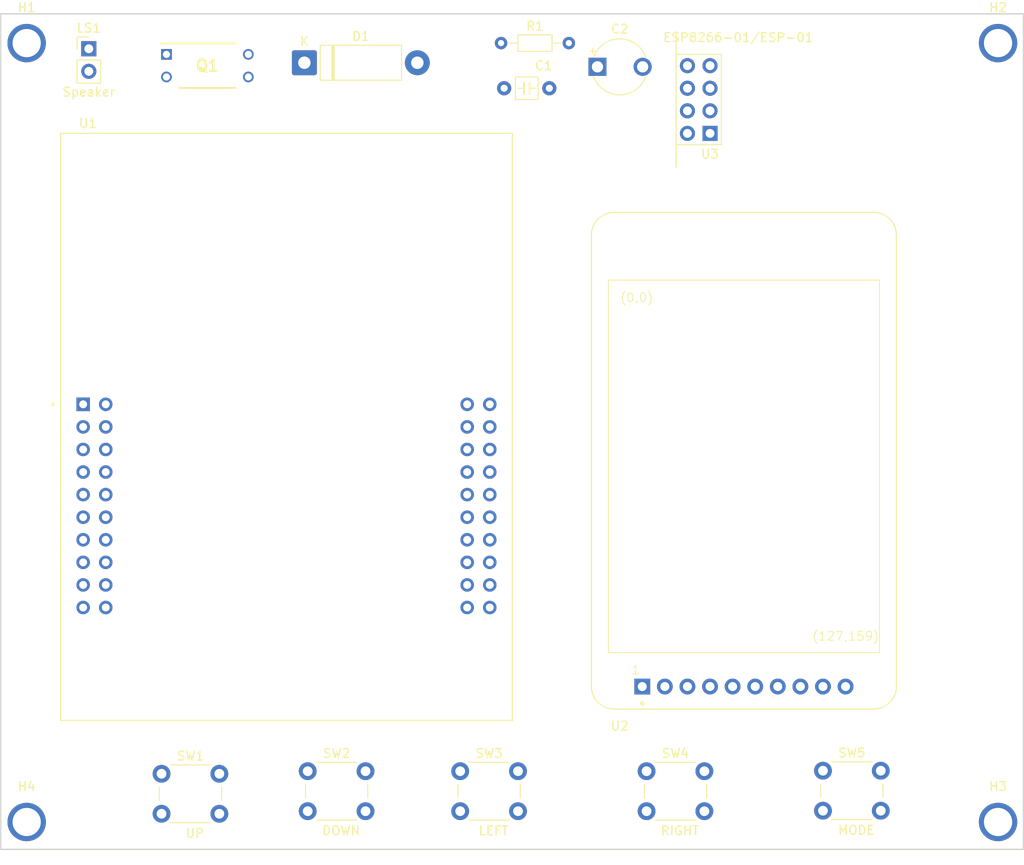
<source format=kicad_pcb>
(kicad_pcb (version 20241229) (generator "pcbnew") (generator_version "9.0")
  (title_block (title "ECE 445L Lab 7") (date "2025-01-13") (rev "v1.0.0") (company "The University of Texas at Austin"))
  (layers (0 "F.Cu" signal) (2 "B.Cu" signal) (13 "F.Paste" user) (15 "B.Paste" user) (5 "F.SilkS" user "F.Silkscreen") (7 "B.SilkS" user "B.Silkscreen") (1 "F.Mask" user) (3 "B.Mask" user) (25 "Edge.Cuts" user))
  (net 0 "")
  (net 1 "GND")
  (net 2 "+3V3")
  (net 3 "+5V")
  (net 12 "Net-(D1-A)")
  (net 19 "/Lab7_Input/SW_UP")
  (net 20 "/Lab7_Input/SW_DOWN")
  (net 21 "/Lab7_Input/SW_LEFT")
  (net 22 "/Lab7_Input/SW_RIGHT")
  (net 23 "/Lab7_Input/SW_MODE")
  (net 24 "/Lab7_microcontroller/PA2")
  (net 26 "/Lab7_microcontroller/PB0")
  (net 28 "/Lab7_microcontroller/PF4")
  (net 29 "/Lab7_microcontroller/PA4")
  (net 30 "/Lab7_microcontroller/PE2")
  (net 31 "/Lab7_microcontroller/PA5")
  (net 34 "/Lab7_microcontroller/PC5")
  (net 35 "/Lab7_microcontroller/PA7")
  (net 37 "/Lab7_microcontroller/PA3")
  (net 38 "/Lab7_microcontroller/PE0")
  (net 42 "/Lab7_microcontroller/PC4")
  (net 43 "/Lab7_microcontroller/PC6")
  (net 44 "/Lab7_microcontroller/PE4")
  (net 45 "/Lab7_microcontroller/PE1")
  (net 50 "/Lab7_microcontroller/PE5")
  (net 53 "/Lab7_microcontroller/PC7")
  (net 54 "/Lab7_microcontroller/PA6")
  (net 57 "/Lab7_microcontroller/PB1")
  (footprint "ECE445L:SW_PUSH_6mm" (layer "F.Cu") (at 124.46 116.15)
    (property "Reference" "SW5" (at 3.25 -2 0) (layer "F.SilkS"))
    (property "Value" "MODE" (at 3.75 6.7 0) (layer "F.SilkS"))
    (fp_line (start -0.25 1.5) (end -0.25 3) (stroke (width 0.12)) (layer "F.SilkS"))
    (fp_line (start 1 5.5) (end 5.5 5.5) (stroke (width 0.12)) (layer "F.SilkS"))
    (fp_line (start 5.5 -1) (end 1 -1) (stroke (width 0.12)) (layer "F.SilkS"))
    (fp_line (start 6.75 3) (end 6.75 1.5) (stroke (width 0.12)) (layer "F.SilkS"))
    (pad "1" thru_hole circle (at 0 0 90) (size 2 2) (drill 1.1) (layers "*.Cu" "*.Mask") (net 1 "GND"))
    (pad "1" thru_hole circle (at 6.5 0 90) (size 2 2) (drill 1.1) (layers "*.Cu" "*.Mask") (net 1 "GND"))
    (pad "2" thru_hole circle (at 0 4.5 90) (size 2 2) (drill 1.1) (layers "*.Cu" "*.Mask") (net 23 "/Lab7_Input/SW_MODE"))
    (pad "2" thru_hole circle (at 6.5 4.5 90) (size 2 2) (drill 1.1) (layers "*.Cu" "*.Mask") (net 23 "/Lab7_Input/SW_MODE"))
  )
  (footprint "ECE445L:ESP8266_FemaleConnector" (layer "F.Cu") (at 111.76 44.45 180)
    (property "Reference" "U3" (at 0 -2.33 180) (layer "F.SilkS"))
    (property "Value" "ESP8266-01/ESP-01" (at -3.175 10.795 180) (layer "F.SilkS"))
    (fp_line (start 3.81 -3.81) (end 3.81 11.43) (stroke (width 0.12)) (layer "F.SilkS"))
    (fp_line (start -1.27 8.89) (end 3.81 8.89) (stroke (width 0.12)) (layer "F.SilkS"))
    (fp_line (start -1.27 -1.27) (end 3.81 -1.27) (stroke (width 0.12)) (layer "F.SilkS"))
    (fp_line (start -1.27 -1.27) (end -1.27 8.89) (stroke (width 0.12)) (layer "F.SilkS"))
    (pad "1" thru_hole rect (at 0 0 180) (size 1.7 1.7) (drill 1) (layers "*.Cu" "*.Mask"))
    (pad "2" thru_hole oval (at 0 2.54 180) (size 1.7 1.7) (drill 1) (layers "*.Cu" "*.Mask"))
    (pad "3" thru_hole oval (at 0 5.08 180) (size 1.7 1.7) (drill 1) (layers "*.Cu" "*.Mask"))
    (pad "4" thru_hole oval (at 0 7.62 180) (size 1.7 1.7) (drill 1) (layers "*.Cu" "*.Mask"))
    (pad "5" thru_hole oval (at 2.54 7.62 180) (size 1.7 1.7) (drill 1) (layers "*.Cu" "*.Mask"))
    (pad "6" thru_hole oval (at 2.54 5.08 180) (size 1.7 1.7) (drill 1) (layers "*.Cu" "*.Mask"))
    (pad "7" thru_hole oval (at 2.54 2.54 180) (size 1.7 1.7) (drill 1) (layers "*.Cu" "*.Mask"))
    (pad "8" thru_hole oval (at 2.54 0 180) (size 1.7 1.7) (drill 1) (layers "*.Cu" "*.Mask"))
  )
  (footprint "ECE445L:PinHeader_1x02_P2.54mm_Vertical" (layer "F.Cu") (at 41.91 34.925)
    (property "Reference" "LS1" (at 0 -2.33 0) (layer "F.SilkS"))
    (property "Value" "Speaker" (at 0 4.87 0) (layer "F.SilkS"))
    (fp_line (start -1.33 -1.33) (end 0 -1.33) (stroke (width 0.12)) (layer "F.SilkS"))
    (fp_line (start -1.33 0) (end -1.33 -1.33) (stroke (width 0.12)) (layer "F.SilkS"))
    (fp_line (start -1.33 1.27) (end -1.33 3.87) (stroke (width 0.12)) (layer "F.SilkS"))
    (fp_line (start -1.33 1.27) (end 1.33 1.27) (stroke (width 0.12)) (layer "F.SilkS"))
    (fp_line (start -1.33 3.87) (end 1.33 3.87) (stroke (width 0.12)) (layer "F.SilkS"))
    (fp_line (start 1.33 1.27) (end 1.33 3.87) (stroke (width 0.12)) (layer "F.SilkS"))
    (pad "1" thru_hole rect (at 0 0) (size 1.7 1.7) (drill 1) (layers "*.Cu" "*.Mask") (net 2 "+3V3"))
    (pad "2" thru_hole oval (at 0 2.54) (size 1.7 1.7) (drill 1) (layers "*.Cu" "*.Mask") (net 12 "Net-(D1-A)"))
  )
  (footprint "ECE445L:DIP920W60P254L490H457Q4N" (layer "F.Cu") (at 55.245 36.83)
    (property "Reference" "Q1" (at 0 0 0) (layer "F.SilkS") (effects (font (size 1.27 1.27) (thickness 0.254))))
    (property "Value" "IRLD024PBF" (hide yes))
    (fp_line (start -5.202 -2.5) (end 3.145 -2.5) (stroke (width 0.2)) (layer "F.SilkS"))
    (fp_line (start -3.145 2.5) (end 3.145 2.5) (stroke (width 0.2)) (layer "F.SilkS"))
    (pad "1" thru_hole rect (at -4.602 -1.27) (size 1.2 1.2) (drill 0.8) (layers "*.Cu" "*.Mask"))
    (pad "2" thru_hole circle (at -4.602 1.27) (size 1.2 1.2) (drill 0.8) (layers "*.Cu" "*.Mask"))
    (pad "3" thru_hole circle (at 4.602 1.27) (size 1.2 1.2) (drill 0.8) (layers "*.Cu" "*.Mask"))
    (pad "4" thru_hole circle (at 4.602 -1.27) (size 1.2 1.2) (drill 0.8) (layers "*.Cu" "*.Mask"))
  )
  (footprint "ECE445L:CP_Radial_Tantal200mil" (layer "F.Cu") (at 99.105 36.96)
    (property "Reference" "C2" (at 2.5 -4.25 0) (layer "F.SilkS"))
    (property "Value" "4.7uF")
    (fp_line (start -0.839749 -1.755) (end -0.239749 -1.755) (stroke (width 0.12)) (layer "F.SilkS"))
    (fp_line (start -0.539749 -2.055) (end -0.539749 -1.455) (stroke (width 0.12)) (layer "F.SilkS"))
    (fp_arc (start -0.434416 -1.0922) (mid 2.5 -3.1522) (end 5.434416 -1.0922) (stroke (width 0.12)) (layer "F.SilkS"))
    (fp_arc (start 5.434416 1.0922) (mid 2.5 3.1522) (end -0.434416 1.0922) (stroke (width 0.12)) (layer "F.SilkS"))
    (pad "1" thru_hole rect (at 0 0) (size 2.032 2.032) (drill 1.27) (layers "*.Cu" "*.Mask"))
    (pad "2" thru_hole circle (at 5.08 0) (size 2.032 2.032) (drill 1.27) (layers "*.Cu" "*.Mask"))
  )
  (footprint "Diode_THT:D_5W_P12.70mm_Horizontal" (layer "F.Cu") (at 66.15 36.5)
    (property "Reference" "D1" (at 6.35 -2.97 0) (layer "F.SilkS"))
    (property "Value" "1N914")
    (fp_line (start 1.64 0) (end 1.78 0) (stroke (width 0.12)) (layer "F.SilkS"))
    (fp_line (start 3.115 -1.97) (end 3.115 1.97) (stroke (width 0.12)) (layer "F.SilkS"))
    (fp_line (start 3.235 -1.97) (end 3.235 1.97) (stroke (width 0.12)) (layer "F.SilkS"))
    (fp_line (start 3.355 -1.97) (end 3.355 1.97) (stroke (width 0.12)) (layer "F.SilkS"))
    (fp_line (start 11.06 0) (end 10.92 0) (stroke (width 0.12)) (layer "F.SilkS"))
    (fp_rect (start 1.78 -1.97) (end 10.92 1.97) (stroke (width 0.12)) (fill no) (layer "F.SilkS"))
    (fp_text user "K" (at 0 -2.4 0) (layer "F.SilkS"))
    (pad "1" thru_hole roundrect (at 0 0) (size 2.8 2.8) (drill 1.4) (layers "*.Cu" "*.Mask") (roundrect_rratio 0.089286) (net 2 "+3V3"))
    (pad "2" thru_hole circle (at 12.7 0) (size 2.8 2.8) (drill 1.4) (layers "*.Cu" "*.Mask") (net 12 "Net-(D1-A)"))
  )
  (footprint "ECE445L:ti_EKTM4C123GXL" (layer "F.Cu") (at 64.135 77.47)
    (property "Reference" "U1" (at -22.325 -34.135 0) (layer "F.SilkS"))
    (property "Value" "EK-TM4C123GXL")
    (fp_line (start -25.4 -33.02) (end -25.4 33.02) (stroke (width 0.127)) (layer "F.SilkS"))
    (fp_line (start -25.4 33.02) (end 25.4 33.02) (stroke (width 0.127)) (layer "F.SilkS"))
    (fp_line (start 25.4 -33.02) (end -25.4 -33.02) (stroke (width 0.127)) (layer "F.SilkS"))
    (fp_line (start 25.4 33.02) (end 25.4 -33.02) (stroke (width 0.127)) (layer "F.SilkS"))
    (fp_circle (center -26.25 -2.54) (end -26.15 -2.54) (stroke (width 0.2)) (fill no) (layer "F.SilkS"))
    (pad "J1_1" thru_hole rect (at -22.86 -2.54) (size 1.52 1.52) (drill 0.89) (layers "*.Cu" "*.Mask") (net 2 "+3V3"))
    (pad "J1_2" thru_hole circle (at -22.86 0) (size 1.52 1.52) (drill 0.89) (layers "*.Cu" "*.Mask"))
    (pad "J1_3" thru_hole circle (at -22.86 2.54) (size 1.52 1.52) (drill 0.89) (layers "*.Cu" "*.Mask") (net 26 "/Lab7_microcontroller/PB0"))
    (pad "J1_4" thru_hole circle (at -22.86 5.08) (size 1.52 1.52) (drill 0.89) (layers "*.Cu" "*.Mask") (net 57 "/Lab7_microcontroller/PB1"))
    (pad "J1_5" thru_hole circle (at -22.86 7.62) (size 1.52 1.52) (drill 0.89) (layers "*.Cu" "*.Mask") (net 44 "/Lab7_microcontroller/PE4"))
    (pad "J1_6" thru_hole circle (at -22.86 10.16) (size 1.52 1.52) (drill 0.89) (layers "*.Cu" "*.Mask") (net 50 "/Lab7_microcontroller/PE5"))
    (pad "J1_7" thru_hole circle (at -22.86 12.7) (size 1.52 1.52) (drill 0.89) (layers "*.Cu" "*.Mask"))
    (pad "J1_8" thru_hole circle (at -22.86 15.24) (size 1.52 1.52) (drill 0.89) (layers "*.Cu" "*.Mask") (net 31 "/Lab7_microcontroller/PA5"))
    (pad "J1_9" thru_hole circle (at -22.86 17.78) (size 1.52 1.52) (drill 0.89) (layers "*.Cu" "*.Mask") (net 54 "/Lab7_microcontroller/PA6"))
    (pad "J1_10" thru_hole circle (at -22.86 20.32) (size 1.52 1.52) (drill 0.89) (layers "*.Cu" "*.Mask") (net 35 "/Lab7_microcontroller/PA7"))
    (pad "J2_1" thru_hole circle (at 22.86 -2.54) (size 1.52 1.52) (drill 0.89) (layers "*.Cu" "*.Mask"))
    (pad "J2_2" thru_hole circle (at 22.86 0) (size 1.52 1.52) (drill 0.89) (layers "*.Cu" "*.Mask"))
    (pad "J2_3" thru_hole circle (at 22.86 2.54) (size 1.52 1.52) (drill 0.89) (layers "*.Cu" "*.Mask") (net 38 "/Lab7_microcontroller/PE0"))
    (pad "J2_4" thru_hole circle (at 22.86 5.08) (size 1.52 1.52) (drill 0.89) (layers "*.Cu" "*.Mask"))
    (pad "J2_5" thru_hole circle (at 22.86 7.62) (size 1.52 1.52) (drill 0.89) (layers "*.Cu" "*.Mask"))
    (pad "J2_6" thru_hole circle (at 22.86 10.16) (size 1.52 1.52) (drill 0.89) (layers "*.Cu" "*.Mask"))
    (pad "J2_7" thru_hole circle (at 22.86 12.7) (size 1.52 1.52) (drill 0.89) (layers "*.Cu" "*.Mask"))
    (pad "J2_8" thru_hole circle (at 22.86 15.24) (size 1.52 1.52) (drill 0.89) (layers "*.Cu" "*.Mask") (net 29 "/Lab7_microcontroller/PA4"))
    (pad "J2_9" thru_hole circle (at 22.86 17.78) (size 1.52 1.52) (drill 0.89) (layers "*.Cu" "*.Mask") (net 37 "/Lab7_microcontroller/PA3"))
    (pad "J2_10" thru_hole circle (at 22.86 20.32) (size 1.52 1.52) (drill 0.89) (layers "*.Cu" "*.Mask") (net 24 "/Lab7_microcontroller/PA2"))
    (pad "J3_1" thru_hole circle (at -20.32 -2.54) (size 1.52 1.52) (drill 0.89) (layers "*.Cu" "*.Mask") (net 3 "+5V"))
    (pad "J3_2" thru_hole circle (at -20.32 0) (size 1.52 1.52) (drill 0.89) (layers "*.Cu" "*.Mask") (net 1 "GND"))
    (pad "J3_3" thru_hole circle (at -20.32 2.54) (size 1.52 1.52) (drill 0.89) (layers "*.Cu" "*.Mask"))
    (pad "J3_4" thru_hole circle (at -20.32 5.08) (size 1.52 1.52) (drill 0.89) (layers "*.Cu" "*.Mask"))
    (pad "J3_5" thru_hole circle (at -20.32 7.62) (size 1.52 1.52) (drill 0.89) (layers "*.Cu" "*.Mask"))
    (pad "J3_6" thru_hole circle (at -20.32 10.16) (size 1.52 1.52) (drill 0.89) (layers "*.Cu" "*.Mask"))
    (pad "J3_7" thru_hole circle (at -20.32 12.7) (size 1.52 1.52) (drill 0.89) (layers "*.Cu" "*.Mask") (net 45 "/Lab7_microcontroller/PE1"))
    (pad "J3_8" thru_hole circle (at -20.32 15.24) (size 1.52 1.52) (drill 0.89) (layers "*.Cu" "*.Mask") (net 30 "/Lab7_microcontroller/PE2"))
    (pad "J3_9" thru_hole circle (at -20.32 17.78) (size 1.52 1.52) (drill 0.89) (layers "*.Cu" "*.Mask"))
    (pad "J3_10" thru_hole circle (at -20.32 20.32) (size 1.52 1.52) (drill 0.89) (layers "*.Cu" "*.Mask"))
    (pad "J4_1" thru_hole circle (at 20.32 -2.54) (size 1.52 1.52) (drill 0.89) (layers "*.Cu" "*.Mask"))
    (pad "J4_2" thru_hole circle (at 20.32 0) (size 1.52 1.52) (drill 0.89) (layers "*.Cu" "*.Mask"))
    (pad "J4_3" thru_hole circle (at 20.32 2.54) (size 1.52 1.52) (drill 0.89) (layers "*.Cu" "*.Mask"))
    (pad "J4_4" thru_hole circle (at 20.32 5.08) (size 1.52 1.52) (drill 0.89) (layers "*.Cu" "*.Mask") (net 42 "/Lab7_microcontroller/PC4"))
    (pad "J4_5" thru_hole circle (at 20.32 7.62) (size 1.52 1.52) (drill 0.89) (layers "*.Cu" "*.Mask") (net 34 "/Lab7_microcontroller/PC5"))
    (pad "J4_6" thru_hole circle (at 20.32 10.16) (size 1.52 1.52) (drill 0.89) (layers "*.Cu" "*.Mask") (net 43 "/Lab7_microcontroller/PC6"))
    (pad "J4_7" thru_hole circle (at 20.32 12.7) (size 1.52 1.52) (drill 0.89) (layers "*.Cu" "*.Mask") (net 53 "/Lab7_microcontroller/PC7"))
    (pad "J4_8" thru_hole circle (at 20.32 15.24) (size 1.52 1.52) (drill 0.89) (layers "*.Cu" "*.Mask"))
    (pad "J4_9" thru_hole circle (at 20.32 17.78) (size 1.52 1.52) (drill 0.89) (layers "*.Cu" "*.Mask"))
    (pad "J4_10" thru_hole circle (at 20.32 20.32) (size 1.52 1.52) (drill 0.89) (layers "*.Cu" "*.Mask") (net 28 "/Lab7_microcontroller/PF4"))
  )
  (footprint "ECE445L:MountingHole_4_40" (layer "F.Cu") (at 34.925 34.29)
    (property "Reference" "H1" (at 0 -4 0) (layer "F.SilkS"))
    (property "Value" "~")
    (pad "1" thru_hole circle (at 0 0) (size 4.318 4.318) (drill 3.175) (layers "*.Cu" "*.Mask"))
  )
  (footprint "ECE445L:C_Axial_200mil" (layer "F.Cu") (at 88.61 39.37)
    (property "Reference" "C1" (at 4.445 -2.54 0) (layer "F.SilkS"))
    (property "Value" "100nF")
    (fp_line (start 1.27 -1.27) (end 1.27 1.27) (stroke (width 0.12)) (layer "F.SilkS"))
    (fp_line (start 1.27 1.27) (end 3.81 1.27) (stroke (width 0.12)) (layer "F.SilkS"))
    (fp_line (start 2.2225 0) (end 1.5875 0) (stroke (width 0.12)) (layer "F.SilkS"))
    (fp_line (start 2.2225 0.635) (end 2.2225 -0.635) (stroke (width 0.2032)) (layer "F.SilkS"))
    (fp_line (start 2.8575 0.635) (end 2.8575 -0.635) (stroke (width 0.2032)) (layer "F.SilkS"))
    (fp_line (start 3.4925 0) (end 2.8575 0) (stroke (width 0.12)) (layer "F.SilkS"))
    (fp_line (start 3.81 -1.27) (end 1.27 -1.27) (stroke (width 0.12)) (layer "F.SilkS"))
    (fp_line (start 3.81 1.27) (end 3.81 -1.27) (stroke (width 0.12)) (layer "F.SilkS"))
    (pad "1" thru_hole circle (at 0 0) (size 1.6 1.6) (drill 0.8) (layers "*.Cu" "*.Mask"))
    (pad "2" thru_hole oval (at 5.08 0) (size 1.6 1.6) (drill 0.8) (layers "*.Cu" "*.Mask"))
  )
  (footprint "ECE445L:SW_PUSH_6mm" (layer "F.Cu") (at 83.67 116.205)
    (property "Reference" "SW3" (at 3.25 -2 0) (layer "F.SilkS"))
    (property "Value" "LEFT" (at 3.75 6.7 0) (layer "F.SilkS"))
    (fp_line (start -0.25 1.5) (end -0.25 3) (stroke (width 0.12)) (layer "F.SilkS"))
    (fp_line (start 1 5.5) (end 5.5 5.5) (stroke (width 0.12)) (layer "F.SilkS"))
    (fp_line (start 5.5 -1) (end 1 -1) (stroke (width 0.12)) (layer "F.SilkS"))
    (fp_line (start 6.75 3) (end 6.75 1.5) (stroke (width 0.12)) (layer "F.SilkS"))
    (pad "1" thru_hole circle (at 0 0 90) (size 2 2) (drill 1.1) (layers "*.Cu" "*.Mask") (net 1 "GND"))
    (pad "1" thru_hole circle (at 6.5 0 90) (size 2 2) (drill 1.1) (layers "*.Cu" "*.Mask") (net 1 "GND"))
    (pad "2" thru_hole circle (at 0 4.5 90) (size 2 2) (drill 1.1) (layers "*.Cu" "*.Mask") (net 21 "/Lab7_Input/SW_LEFT"))
    (pad "2" thru_hole circle (at 6.5 4.5 90) (size 2 2) (drill 1.1) (layers "*.Cu" "*.Mask") (net 21 "/Lab7_Input/SW_LEFT"))
  )
  (footprint "ECE445L:adafruit_st7735r2" (layer "F.Cu") (at 115.57 81.28)
    (property "Reference" "U2" (at -13.97 29.845 0) (layer "F.SilkS"))
    (property "Value" "Adafruit ST7735R")
    (fp_line (start -17.145 -25.4) (end -17.145 25.4) (stroke (width 0.127)) (layer "F.SilkS"))
    (fp_line (start -14.605 27.94) (end 14.605 27.94) (stroke (width 0.127)) (layer "F.SilkS"))
    (fp_line (start 14.605 -27.94) (end -14.605 -27.94) (stroke (width 0.127)) (layer "F.SilkS"))
    (fp_line (start 17.145 25.4) (end 17.145 -25.4) (stroke (width 0.127)) (layer "F.SilkS"))
    (fp_rect (start -15.24 -20.32) (end 15.24 21.59) (stroke (width 0.1)) (fill no) (layer "F.SilkS"))
    (fp_arc (start -17.145 -25.4) (mid -16.401051 -27.196051) (end -14.605 -27.94) (stroke (width 0.127)) (layer "F.SilkS"))
    (fp_arc (start -14.605 27.94) (mid -16.401051 27.196051) (end -17.145 25.4) (stroke (width 0.127)) (layer "F.SilkS"))
    (fp_arc (start 14.605 -27.94) (mid 16.401051 -27.196051) (end 17.145 -25.4) (stroke (width 0.127)) (layer "F.SilkS"))
    (fp_arc (start 17.145 25.4) (mid 16.401051 27.196051) (end 14.605 27.94) (stroke (width 0.127)) (layer "F.SilkS"))
    (fp_circle (center -11.43 27.305) (end -11.2776 27.305) (stroke (width 0.2032)) (fill no) (layer "F.SilkS"))
    (fp_text user "1" (at -12.7 24.13 0) (layer "F.SilkS") (effects (font (thickness 0.1)) (justify left bottom)))
    (fp_text user "(0,0)" (at -13.97 -17.78 0) (layer "F.SilkS") (effects (font (thickness 0.1)) (justify left bottom)))
    (fp_text user "(127,159)" (at 7.62 20.32 0) (layer "F.SilkS") (effects (font (thickness 0.1)) (justify left bottom)))
    (pad "" np_thru_hole circle (at -14.605 -25.4 90) (size 2.2 2.2) (drill 2.2) (layers "*.Cu" "*.Mask"))
    (pad "" np_thru_hole circle (at -14.605 25.4 90) (size 2.2 2.2) (drill 2.2) (layers "*.Cu" "*.Mask"))
    (pad "" np_thru_hole circle (at 14.605 -25.4 90) (size 2.2 2.2) (drill 2.2) (layers "*.Cu" "*.Mask"))
    (pad "" np_thru_hole circle (at 14.605 25.4 90) (size 2.2 2.2) (drill 2.2) (layers "*.Cu" "*.Mask"))
    (pad "1" thru_hole rect (at -11.43 25.4 90) (size 1.778 1.778) (drill 1.016) (layers "*.Cu" "*.Mask") (net 1 "GND"))
    (pad "2" thru_hole circle (at -8.89 25.4 90) (size 1.778 1.778) (drill 1.016) (layers "*.Cu" "*.Mask"))
    (pad "3" thru_hole circle (at -6.35 25.4 90) (size 1.778 1.778) (drill 1.016) (layers "*.Cu" "*.Mask"))
    (pad "4" thru_hole circle (at -3.81 25.4 90) (size 1.778 1.778) (drill 1.016) (layers "*.Cu" "*.Mask"))
    (pad "5" thru_hole circle (at -1.27 25.4 90) (size 1.778 1.778) (drill 1.016) (layers "*.Cu" "*.Mask"))
    (pad "6" thru_hole circle (at 1.27 25.4 90) (size 1.778 1.778) (drill 1.016) (layers "*.Cu" "*.Mask"))
    (pad "7" thru_hole circle (at 3.81 25.4 90) (size 1.778 1.778) (drill 1.016) (layers "*.Cu" "*.Mask"))
    (pad "8" thru_hole circle (at 6.35 25.4 90) (size 1.778 1.778) (drill 1.016) (layers "*.Cu" "*.Mask"))
    (pad "9" thru_hole circle (at 8.89 25.4 90) (size 1.778 1.778) (drill 1.016) (layers "*.Cu" "*.Mask"))
    (pad "10" thru_hole circle (at 11.43 25.4 90) (size 1.778 1.778) (drill 1.016) (layers "*.Cu" "*.Mask"))
  )
  (footprint "ECE445L:MountingHole_4_40" (layer "F.Cu") (at 144.145 121.92)
    (property "Reference" "H3" (at 0 -4 0) (layer "F.SilkS"))
    (property "Value" "~")
    (pad "1" thru_hole circle (at 0 0) (size 4.318 4.318) (drill 3.175) (layers "*.Cu" "*.Mask"))
  )
  (footprint "ECE445L:R_Axial_DIN0204_L3.6mm_D1.6mm_P7.62mm_Horizontal" (layer "F.Cu") (at 88.265 34.29)
    (property "Reference" "R1" (at 3.81 -1.92 0) (layer "F.SilkS"))
    (property "Value" "10k")
    (fp_line (start 0.94 0) (end 1.89 0) (stroke (width 0.12)) (layer "F.SilkS"))
    (fp_line (start 1.89 -0.92) (end 1.89 0.92) (stroke (width 0.12)) (layer "F.SilkS"))
    (fp_line (start 1.89 0.92) (end 5.73 0.92) (stroke (width 0.12)) (layer "F.SilkS"))
    (fp_line (start 5.73 -0.92) (end 1.89 -0.92) (stroke (width 0.12)) (layer "F.SilkS"))
    (fp_line (start 5.73 0.92) (end 5.73 -0.92) (stroke (width 0.12)) (layer "F.SilkS"))
    (fp_line (start 6.68 0) (end 5.73 0) (stroke (width 0.12)) (layer "F.SilkS"))
    (pad "1" thru_hole circle (at 0 0) (size 1.4 1.4) (drill 0.7) (layers "*.Cu" "*.Mask"))
    (pad "2" thru_hole oval (at 7.62 0) (size 1.4 1.4) (drill 0.7) (layers "*.Cu" "*.Mask"))
  )
  (footprint "ECE445L:MountingHole_4_40" (layer "F.Cu") (at 144.145 34.29)
    (property "Reference" "H2" (at 0 -4 0) (layer "F.SilkS"))
    (property "Value" "~")
    (pad "1" thru_hole circle (at 0 0) (size 4.318 4.318) (drill 3.175) (layers "*.Cu" "*.Mask"))
  )
  (footprint "ECE445L:SW_PUSH_6mm" (layer "F.Cu") (at 66.525 116.205)
    (property "Reference" "SW2" (at 3.25 -2 0) (layer "F.SilkS"))
    (property "Value" "DOWN" (at 3.75 6.7 0) (layer "F.SilkS"))
    (fp_line (start -0.25 1.5) (end -0.25 3) (stroke (width 0.12)) (layer "F.SilkS"))
    (fp_line (start 1 5.5) (end 5.5 5.5) (stroke (width 0.12)) (layer "F.SilkS"))
    (fp_line (start 5.5 -1) (end 1 -1) (stroke (width 0.12)) (layer "F.SilkS"))
    (fp_line (start 6.75 3) (end 6.75 1.5) (stroke (width 0.12)) (layer "F.SilkS"))
    (pad "1" thru_hole circle (at 0 0 90) (size 2 2) (drill 1.1) (layers "*.Cu" "*.Mask") (net 1 "GND"))
    (pad "1" thru_hole circle (at 6.5 0 90) (size 2 2) (drill 1.1) (layers "*.Cu" "*.Mask") (net 1 "GND"))
    (pad "2" thru_hole circle (at 0 4.5 90) (size 2 2) (drill 1.1) (layers "*.Cu" "*.Mask") (net 20 "/Lab7_Input/SW_DOWN"))
    (pad "2" thru_hole circle (at 6.5 4.5 90) (size 2 2) (drill 1.1) (layers "*.Cu" "*.Mask") (net 20 "/Lab7_Input/SW_DOWN"))
  )
  (footprint "ECE445L:SW_PUSH_6mm" (layer "F.Cu") (at 50.09 116.495)
    (property "Reference" "SW1" (at 3.25 -2 0) (layer "F.SilkS"))
    (property "Value" "UP" (at 3.75 6.7 0) (layer "F.SilkS"))
    (fp_line (start -0.25 1.5) (end -0.25 3) (stroke (width 0.12)) (layer "F.SilkS"))
    (fp_line (start 1 5.5) (end 5.5 5.5) (stroke (width 0.12)) (layer "F.SilkS"))
    (fp_line (start 5.5 -1) (end 1 -1) (stroke (width 0.12)) (layer "F.SilkS"))
    (fp_line (start 6.75 3) (end 6.75 1.5) (stroke (width 0.12)) (layer "F.SilkS"))
    (pad "1" thru_hole circle (at 0 0 90) (size 2 2) (drill 1.1) (layers "*.Cu" "*.Mask") (net 1 "GND"))
    (pad "1" thru_hole circle (at 6.5 0 90) (size 2 2) (drill 1.1) (layers "*.Cu" "*.Mask") (net 1 "GND"))
    (pad "2" thru_hole circle (at 0 4.5 90) (size 2 2) (drill 1.1) (layers "*.Cu" "*.Mask") (net 19 "/Lab7_Input/SW_UP"))
    (pad "2" thru_hole circle (at 6.5 4.5 90) (size 2 2) (drill 1.1) (layers "*.Cu" "*.Mask") (net 19 "/Lab7_Input/SW_UP"))
  )
  (footprint "ECE445L:SW_PUSH_6mm" (layer "F.Cu") (at 104.625 116.205)
    (property "Reference" "SW4" (at 3.25 -2 0) (layer "F.SilkS"))
    (property "Value" "RIGHT" (at 3.75 6.7 0) (layer "F.SilkS"))
    (fp_line (start -0.25 1.5) (end -0.25 3) (stroke (width 0.12)) (layer "F.SilkS"))
    (fp_line (start 1 5.5) (end 5.5 5.5) (stroke (width 0.12)) (layer "F.SilkS"))
    (fp_line (start 5.5 -1) (end 1 -1) (stroke (width 0.12)) (layer "F.SilkS"))
    (fp_line (start 6.75 3) (end 6.75 1.5) (stroke (width 0.12)) (layer "F.SilkS"))
    (pad "1" thru_hole circle (at 0 0 90) (size 2 2) (drill 1.1) (layers "*.Cu" "*.Mask") (net 1 "GND"))
    (pad "1" thru_hole circle (at 6.5 0 90) (size 2 2) (drill 1.1) (layers "*.Cu" "*.Mask") (net 1 "GND"))
    (pad "2" thru_hole circle (at 0 4.5 90) (size 2 2) (drill 1.1) (layers "*.Cu" "*.Mask") (net 22 "/Lab7_Input/SW_RIGHT"))
    (pad "2" thru_hole circle (at 6.5 4.5 90) (size 2 2) (drill 1.1) (layers "*.Cu" "*.Mask") (net 22 "/Lab7_Input/SW_RIGHT"))
  )
  (footprint "ECE445L:MountingHole_4_40" (layer "F.Cu") (at 34.925 121.92)
    (property "Reference" "H4" (at 0 -4 0) (layer "F.SilkS"))
    (property "Value" "~")
    (pad "1" thru_hole circle (at 0 0) (size 4.318 4.318) (drill 3.175) (layers "*.Cu" "*.Mask"))
  )
  (gr_rect (start 32 31) (end 147 125) (stroke (width 0.15)) (fill no) (layer "Edge.Cuts"))
)
</source>
